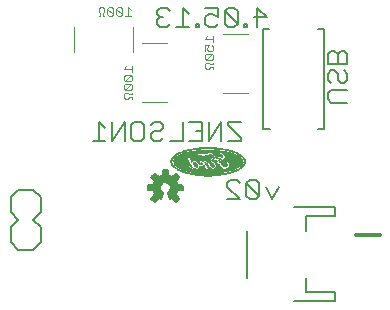
<source format=gbo>
G75*
G70*
%OFA0B0*%
%FSLAX24Y24*%
%IPPOS*%
%LPD*%
%AMOC8*
5,1,8,0,0,1.08239X$1,22.5*
%
%ADD10C,0.0060*%
%ADD11R,0.0240X0.0010*%
%ADD12R,0.0550X0.0010*%
%ADD13R,0.0710X0.0010*%
%ADD14R,0.0860X0.0010*%
%ADD15R,0.1010X0.0010*%
%ADD16R,0.0450X0.0010*%
%ADD17R,0.0340X0.0010*%
%ADD18R,0.0300X0.0010*%
%ADD19R,0.0310X0.0010*%
%ADD20R,0.0270X0.0010*%
%ADD21R,0.0250X0.0010*%
%ADD22R,0.0540X0.0010*%
%ADD23R,0.0210X0.0010*%
%ADD24R,0.0690X0.0010*%
%ADD25R,0.0170X0.0010*%
%ADD26R,0.0830X0.0010*%
%ADD27R,0.0180X0.0010*%
%ADD28R,0.0150X0.0010*%
%ADD29R,0.0970X0.0010*%
%ADD30R,0.0160X0.0010*%
%ADD31R,0.1100X0.0010*%
%ADD32R,0.1230X0.0010*%
%ADD33R,0.0140X0.0010*%
%ADD34R,0.1330X0.0010*%
%ADD35R,0.1390X0.0010*%
%ADD36R,0.0130X0.0010*%
%ADD37R,0.1470X0.0010*%
%ADD38R,0.0120X0.0010*%
%ADD39R,0.1560X0.0010*%
%ADD40R,0.0110X0.0010*%
%ADD41R,0.1610X0.0010*%
%ADD42R,0.0100X0.0010*%
%ADD43R,0.1670X0.0010*%
%ADD44R,0.1720X0.0010*%
%ADD45R,0.1770X0.0010*%
%ADD46R,0.0090X0.0010*%
%ADD47R,0.1810X0.0010*%
%ADD48R,0.0080X0.0010*%
%ADD49R,0.0260X0.0010*%
%ADD50R,0.0400X0.0010*%
%ADD51R,0.0230X0.0010*%
%ADD52R,0.0050X0.0010*%
%ADD53R,0.0070X0.0010*%
%ADD54R,0.0320X0.0010*%
%ADD55R,0.0010X0.0010*%
%ADD56R,0.0040X0.0010*%
%ADD57R,0.0330X0.0010*%
%ADD58R,0.0020X0.0010*%
%ADD59R,0.0200X0.0010*%
%ADD60R,0.0030X0.0010*%
%ADD61R,0.0410X0.0010*%
%ADD62R,0.0060X0.0010*%
%ADD63R,0.0420X0.0010*%
%ADD64R,0.0360X0.0010*%
%ADD65R,0.0370X0.0010*%
%ADD66R,0.0380X0.0010*%
%ADD67R,0.0430X0.0010*%
%ADD68R,0.0390X0.0010*%
%ADD69R,0.0440X0.0010*%
%ADD70R,0.0190X0.0010*%
%ADD71R,0.0560X0.0010*%
%ADD72R,0.0220X0.0010*%
%ADD73R,0.0460X0.0010*%
%ADD74R,0.0470X0.0010*%
%ADD75R,0.0490X0.0010*%
%ADD76R,0.0500X0.0010*%
%ADD77R,0.0510X0.0010*%
%ADD78R,0.0520X0.0010*%
%ADD79R,0.0530X0.0010*%
%ADD80R,0.0750X0.0010*%
%ADD81R,0.0740X0.0010*%
%ADD82R,0.0730X0.0010*%
%ADD83R,0.0840X0.0010*%
%ADD84R,0.0670X0.0010*%
%ADD85R,0.0650X0.0010*%
%ADD86R,0.0480X0.0010*%
%ADD87R,0.0620X0.0010*%
%ADD88R,0.0700X0.0010*%
%ADD89R,0.0610X0.0010*%
%ADD90R,0.0590X0.0010*%
%ADD91R,0.0580X0.0010*%
%ADD92R,0.1140X0.0010*%
%ADD93R,0.1130X0.0010*%
%ADD94R,0.1200X0.0010*%
%ADD95R,0.0780X0.0010*%
%ADD96R,0.0290X0.0010*%
%ADD97R,0.0640X0.0010*%
%ADD98R,0.0570X0.0010*%
%ADD99R,0.0280X0.0010*%
%ADD100R,0.0350X0.0010*%
%ADD101R,0.0850X0.0010*%
%ADD102R,0.0880X0.0010*%
%ADD103R,0.0900X0.0010*%
%ADD104R,0.1240X0.0010*%
%ADD105R,0.1110X0.0010*%
%ADD106R,0.0870X0.0010*%
%ADD107R,0.0720X0.0010*%
%ADD108C,0.0030*%
%ADD109C,0.0059*%
%ADD110C,0.0080*%
%ADD111C,0.0120*%
%ADD112C,0.0050*%
%ADD113C,0.0040*%
D10*
X028018Y027076D02*
X028445Y027076D01*
X028018Y027503D01*
X028018Y027610D01*
X028125Y027717D01*
X028338Y027717D01*
X028445Y027610D01*
X028662Y027610D02*
X029089Y027183D01*
X028983Y027076D01*
X028769Y027076D01*
X028662Y027183D01*
X028662Y027610D01*
X028769Y027717D01*
X028983Y027717D01*
X029089Y027610D01*
X029089Y027183D01*
X029307Y027503D02*
X029521Y027076D01*
X029734Y027503D01*
X028474Y029026D02*
X028047Y029026D01*
X027829Y029026D02*
X027829Y029667D01*
X027402Y029026D01*
X027402Y029667D01*
X027185Y029667D02*
X027185Y029026D01*
X026758Y029026D01*
X026540Y029026D02*
X026113Y029026D01*
X025896Y029133D02*
X025789Y029026D01*
X025576Y029026D01*
X025469Y029133D01*
X025469Y029239D01*
X025576Y029346D01*
X025789Y029346D01*
X025896Y029453D01*
X025896Y029560D01*
X025789Y029667D01*
X025576Y029667D01*
X025469Y029560D01*
X025251Y029560D02*
X025251Y029133D01*
X025145Y029026D01*
X024931Y029026D01*
X024824Y029133D01*
X024824Y029560D01*
X024931Y029667D01*
X025145Y029667D01*
X025251Y029560D01*
X024607Y029667D02*
X024607Y029026D01*
X024180Y029026D02*
X024180Y029667D01*
X023962Y029453D02*
X023749Y029667D01*
X023749Y029026D01*
X023962Y029026D02*
X023535Y029026D01*
X024180Y029026D02*
X024607Y029667D01*
X026540Y029667D02*
X026540Y029026D01*
X026971Y029346D02*
X027185Y029346D01*
X027185Y029667D02*
X026758Y029667D01*
X028047Y029667D02*
X028047Y029560D01*
X028474Y029133D01*
X028474Y029026D01*
X028474Y029667D02*
X028047Y029667D01*
X031380Y030407D02*
X031380Y030620D01*
X031487Y030727D01*
X032021Y030727D01*
X031914Y030945D02*
X031807Y030945D01*
X031700Y031051D01*
X031700Y031265D01*
X031594Y031372D01*
X031487Y031372D01*
X031380Y031265D01*
X031380Y031051D01*
X031487Y030945D01*
X031914Y030945D02*
X032021Y031051D01*
X032021Y031265D01*
X031914Y031372D01*
X032021Y031589D02*
X032021Y031909D01*
X031914Y032016D01*
X031807Y032016D01*
X031700Y031909D01*
X031700Y031589D01*
X031380Y031589D02*
X031380Y031909D01*
X031487Y032016D01*
X031594Y032016D01*
X031700Y031909D01*
X031380Y031589D02*
X032021Y031589D01*
X032021Y030300D02*
X031487Y030300D01*
X031380Y030407D01*
X029014Y032826D02*
X029014Y033467D01*
X029334Y033146D01*
X028907Y033146D01*
X028689Y032933D02*
X028583Y032933D01*
X028583Y032826D01*
X028689Y032826D01*
X028689Y032933D01*
X028367Y032933D02*
X027940Y033360D01*
X027940Y032933D01*
X028047Y032826D01*
X028260Y032826D01*
X028367Y032933D01*
X028367Y033360D01*
X028260Y033467D01*
X028047Y033467D01*
X027940Y033360D01*
X027723Y033467D02*
X027723Y033146D01*
X027509Y033253D01*
X027402Y033253D01*
X027296Y033146D01*
X027296Y032933D01*
X027402Y032826D01*
X027616Y032826D01*
X027723Y032933D01*
X027723Y033467D02*
X027296Y033467D01*
X027078Y032933D02*
X026971Y032933D01*
X026971Y032826D01*
X027078Y032826D01*
X027078Y032933D01*
X026756Y032826D02*
X026329Y032826D01*
X026542Y032826D02*
X026542Y033467D01*
X026756Y033253D01*
X026111Y033360D02*
X026005Y033467D01*
X025791Y033467D01*
X025684Y033360D01*
X025684Y033253D01*
X025791Y033146D01*
X025684Y033039D01*
X025684Y032933D01*
X025791Y032826D01*
X026005Y032826D01*
X026111Y032933D01*
X025898Y033146D02*
X025791Y033146D01*
D11*
X027889Y028286D03*
X027899Y028276D03*
X027389Y027836D03*
D12*
X027394Y027846D03*
X026514Y028266D03*
X026504Y028286D03*
X026504Y028296D03*
X027394Y028696D03*
D13*
X027394Y027856D03*
D14*
X027389Y027866D03*
D15*
X027394Y027876D03*
X027394Y028746D03*
D16*
X026814Y028596D03*
X026484Y028406D03*
X026494Y028206D03*
X027044Y027886D03*
X027734Y027886D03*
X028314Y028246D03*
X028164Y028516D03*
D17*
X027959Y028616D03*
X028249Y028126D03*
X027839Y027896D03*
X026939Y027896D03*
D18*
X027749Y028076D03*
X027899Y027906D03*
X027719Y028536D03*
X027709Y028546D03*
D19*
X028164Y028076D03*
X028184Y028086D03*
X026884Y027906D03*
D20*
X026824Y027916D03*
X027954Y027916D03*
D21*
X028014Y027926D03*
X027754Y028086D03*
X027394Y028786D03*
X026764Y027926D03*
D22*
X026499Y028306D03*
X026769Y028566D03*
X027389Y027926D03*
X028219Y028436D03*
X028289Y028326D03*
D23*
X027924Y028236D03*
X027864Y028306D03*
X027854Y028316D03*
X027854Y028326D03*
X027744Y028096D03*
X028064Y027936D03*
X027194Y028096D03*
X027194Y028106D03*
X026714Y027936D03*
X026784Y028706D03*
X027994Y028706D03*
D24*
X027394Y028686D03*
X027114Y028446D03*
X027114Y028436D03*
X027124Y028426D03*
X027124Y028416D03*
X026754Y028526D03*
X027394Y027936D03*
D25*
X027194Y028136D03*
X027194Y028146D03*
X027204Y028586D03*
X026664Y028676D03*
X027944Y028196D03*
X028114Y027946D03*
X028114Y028676D03*
D26*
X027394Y028676D03*
X027394Y027946D03*
D27*
X027199Y028126D03*
X026669Y027946D03*
D28*
X026594Y027966D03*
X026964Y028216D03*
X026594Y028656D03*
X027454Y028526D03*
X027584Y028366D03*
X028154Y028666D03*
X028184Y028656D03*
X028214Y028646D03*
X028244Y028636D03*
X028244Y027986D03*
X028214Y027976D03*
X028184Y027966D03*
X028154Y027956D03*
D29*
X027394Y027956D03*
X027394Y028666D03*
D30*
X027189Y028156D03*
X026629Y027956D03*
X026629Y028666D03*
D31*
X027389Y027966D03*
D32*
X027394Y027976D03*
D33*
X027459Y028076D03*
X027529Y028196D03*
X027519Y028206D03*
X027519Y028216D03*
X027519Y028226D03*
X027599Y028336D03*
X027949Y028186D03*
X028269Y027996D03*
X028289Y028006D03*
X026979Y028186D03*
X026969Y028206D03*
X026959Y028226D03*
X026959Y028236D03*
X026569Y027976D03*
X026539Y027986D03*
X026539Y028636D03*
X026569Y028646D03*
D34*
X027394Y028636D03*
X027394Y027986D03*
D35*
X027394Y027996D03*
D36*
X027444Y028086D03*
X027534Y028176D03*
X027534Y028186D03*
X027514Y028236D03*
X027504Y028246D03*
X027504Y028256D03*
X027614Y028326D03*
X027784Y028106D03*
X028274Y028626D03*
X027044Y028336D03*
X026954Y028246D03*
X026974Y028196D03*
X026984Y028176D03*
X026514Y027996D03*
X026494Y028006D03*
D37*
X027394Y028006D03*
D38*
X027539Y028166D03*
X027499Y028266D03*
X027629Y028316D03*
X027729Y028166D03*
X027779Y028116D03*
X027959Y028176D03*
X027819Y028486D03*
X027819Y028496D03*
X027819Y028506D03*
X027669Y028506D03*
X027139Y028246D03*
X026989Y028166D03*
X026949Y028256D03*
X026939Y028266D03*
X026469Y028016D03*
X026449Y028026D03*
X026509Y028626D03*
X028309Y028016D03*
D39*
X027389Y028016D03*
D40*
X027434Y028096D03*
X027424Y028106D03*
X027544Y028156D03*
X027694Y028226D03*
X027704Y028206D03*
X027714Y028196D03*
X027724Y028176D03*
X027734Y028156D03*
X027744Y028146D03*
X027634Y028306D03*
X027734Y028406D03*
X027684Y028476D03*
X027674Y028496D03*
X027824Y028476D03*
X027464Y028536D03*
X027374Y028336D03*
X027144Y028236D03*
X026994Y028156D03*
X028334Y028026D03*
X028304Y028616D03*
D41*
X027394Y028026D03*
D42*
X027549Y028146D03*
X027499Y028276D03*
X027649Y028296D03*
X027659Y028286D03*
X027669Y028266D03*
X027689Y028236D03*
X027699Y028216D03*
X027719Y028186D03*
X027759Y028136D03*
X027769Y028126D03*
X027959Y028166D03*
X027719Y028426D03*
X027709Y028436D03*
X027699Y028446D03*
X027689Y028456D03*
X027689Y028466D03*
X027679Y028486D03*
X027149Y028226D03*
X027049Y028326D03*
X026939Y028276D03*
X026959Y028076D03*
X026429Y028036D03*
X026409Y028046D03*
X026359Y028556D03*
X026379Y028566D03*
X026399Y028576D03*
X026419Y028586D03*
X026439Y028596D03*
X026459Y028606D03*
X026479Y028616D03*
X028329Y028606D03*
X028409Y028566D03*
X028429Y028556D03*
X028399Y028056D03*
X028379Y028046D03*
X028359Y028036D03*
D43*
X027394Y028036D03*
D44*
X027389Y028046D03*
D45*
X027394Y028056D03*
D46*
X027414Y028116D03*
X027404Y028126D03*
X027394Y028136D03*
X027394Y028146D03*
X027384Y028156D03*
X027374Y028326D03*
X027664Y028276D03*
X027674Y028256D03*
X027684Y028246D03*
X027724Y028416D03*
X027834Y028466D03*
X028344Y028596D03*
X028364Y028586D03*
X028384Y028576D03*
X028444Y028546D03*
X028434Y028076D03*
X028414Y028066D03*
X027004Y028146D03*
X026934Y028286D03*
X026384Y028056D03*
D47*
X027394Y028066D03*
D48*
X027379Y028166D03*
X027369Y028176D03*
X027359Y028186D03*
X027359Y028196D03*
X027349Y028206D03*
X027489Y028286D03*
X027579Y028416D03*
X027769Y028396D03*
X027839Y028456D03*
X027549Y028136D03*
X027049Y028316D03*
X027009Y028136D03*
X026799Y028186D03*
X026799Y028196D03*
X026789Y028206D03*
X026369Y028066D03*
X026349Y028076D03*
X026299Y028106D03*
X026319Y028536D03*
X026339Y028546D03*
X028459Y028536D03*
X028479Y028106D03*
X028469Y028096D03*
X028449Y028086D03*
D49*
X027879Y028726D03*
X027419Y028506D03*
X027179Y028076D03*
X026899Y028726D03*
D50*
X026489Y028436D03*
X026599Y028106D03*
X026619Y028096D03*
X026639Y028086D03*
X026659Y028076D03*
D51*
X027194Y028086D03*
X027874Y028296D03*
X027904Y028266D03*
X027934Y028716D03*
X026844Y028716D03*
D52*
X027064Y028286D03*
X027074Y028276D03*
X027234Y028176D03*
X027324Y028246D03*
X027314Y028266D03*
X027384Y028296D03*
X027554Y028466D03*
X027544Y028476D03*
X027814Y028376D03*
X028584Y028416D03*
X028594Y028396D03*
X028604Y028376D03*
X028604Y028366D03*
X028614Y028346D03*
X028614Y028336D03*
X028614Y028296D03*
X028614Y028286D03*
X028614Y028276D03*
X028604Y028256D03*
X028604Y028246D03*
X028594Y028226D03*
X028584Y028206D03*
X026944Y028086D03*
X026194Y028206D03*
X026184Y028226D03*
X026174Y028246D03*
X026174Y028256D03*
X026164Y028276D03*
X026164Y028286D03*
X026164Y028296D03*
X026164Y028306D03*
X026164Y028316D03*
X026164Y028326D03*
X026164Y028336D03*
X026164Y028346D03*
X026174Y028366D03*
X026174Y028376D03*
X026184Y028396D03*
X026194Y028416D03*
D53*
X026304Y028526D03*
X026274Y028126D03*
X026284Y028116D03*
X026314Y028096D03*
X026334Y028086D03*
X026814Y028176D03*
X027054Y028306D03*
X027154Y028216D03*
X027224Y028166D03*
X027334Y028226D03*
X027344Y028216D03*
X027374Y028316D03*
X027554Y028376D03*
X027574Y028426D03*
X027464Y028546D03*
X028474Y028526D03*
X028504Y028126D03*
X028494Y028116D03*
D54*
X028219Y028106D03*
X028199Y028096D03*
X027229Y028596D03*
D55*
X027214Y028306D03*
X027184Y028276D03*
X027394Y028266D03*
X027464Y028316D03*
X027464Y028326D03*
X027614Y028406D03*
X027654Y028126D03*
X026934Y028096D03*
X026854Y028296D03*
X026854Y028306D03*
D56*
X026859Y028326D03*
X026839Y028136D03*
X027079Y028266D03*
X027089Y028256D03*
X027299Y028276D03*
X027499Y028426D03*
X027499Y028436D03*
X027499Y028446D03*
X027469Y028556D03*
X027669Y028596D03*
X027849Y028446D03*
X027739Y028356D03*
X027669Y028106D03*
X027969Y028156D03*
X028619Y028306D03*
X028619Y028316D03*
X028619Y028326D03*
D57*
X028234Y028116D03*
D58*
X027659Y028116D03*
X027389Y028276D03*
X027239Y028196D03*
X027189Y028266D03*
X027209Y028316D03*
X027119Y028166D03*
X027489Y028466D03*
D59*
X027199Y028116D03*
X027929Y028216D03*
X027929Y028226D03*
X028039Y028696D03*
X026739Y028696D03*
D60*
X026854Y028316D03*
X026854Y028126D03*
X027014Y028116D03*
X027154Y028206D03*
X027184Y028256D03*
X027204Y028326D03*
X027294Y028286D03*
X027384Y028286D03*
X027474Y028306D03*
X027464Y028336D03*
X027504Y028416D03*
X027494Y028456D03*
X027234Y028186D03*
D61*
X026584Y028116D03*
X028124Y028546D03*
X028304Y028196D03*
D62*
X028519Y028136D03*
X028529Y028146D03*
X028539Y028156D03*
X028549Y028166D03*
X028559Y028176D03*
X028569Y028186D03*
X028579Y028196D03*
X028589Y028216D03*
X028599Y028236D03*
X028609Y028266D03*
X028609Y028356D03*
X028599Y028386D03*
X028589Y028406D03*
X028579Y028426D03*
X028569Y028436D03*
X028559Y028446D03*
X028549Y028456D03*
X028539Y028466D03*
X028529Y028476D03*
X028519Y028486D03*
X028509Y028496D03*
X028499Y028506D03*
X028489Y028516D03*
X027789Y028386D03*
X027759Y028346D03*
X027769Y028336D03*
X027569Y028436D03*
X027569Y028446D03*
X027559Y028456D03*
X027539Y028486D03*
X027479Y028296D03*
X027379Y028306D03*
X027319Y028256D03*
X027329Y028236D03*
X027209Y028336D03*
X027059Y028296D03*
X026929Y028296D03*
X026859Y028336D03*
X026819Y028166D03*
X026829Y028156D03*
X026829Y028146D03*
X027009Y028126D03*
X027549Y028126D03*
X026259Y028136D03*
X026249Y028146D03*
X026239Y028156D03*
X026229Y028166D03*
X026219Y028176D03*
X026209Y028186D03*
X026199Y028196D03*
X026189Y028216D03*
X026179Y028236D03*
X026169Y028266D03*
X026169Y028356D03*
X026179Y028386D03*
X026189Y028406D03*
X026199Y028426D03*
X026209Y028436D03*
X026219Y028446D03*
X026229Y028456D03*
X026239Y028466D03*
X026249Y028476D03*
X026259Y028486D03*
X026269Y028496D03*
X026279Y028506D03*
X026289Y028516D03*
D63*
X026489Y028426D03*
X026539Y028146D03*
X026559Y028136D03*
X026569Y028126D03*
X028139Y028536D03*
X028309Y028216D03*
X028309Y028206D03*
D64*
X028259Y028136D03*
X028069Y028576D03*
X027909Y028626D03*
X026999Y028736D03*
D65*
X026494Y028456D03*
X027784Y028736D03*
X028274Y028146D03*
D66*
X028279Y028156D03*
X028289Y028166D03*
X028289Y028176D03*
X028089Y028566D03*
X027479Y028346D03*
D67*
X027034Y028346D03*
X026534Y028156D03*
X026524Y028166D03*
X026514Y028176D03*
X026484Y028416D03*
X028314Y028226D03*
D68*
X028294Y028186D03*
X028104Y028556D03*
X026494Y028446D03*
D69*
X026499Y028196D03*
X026509Y028186D03*
X028149Y028526D03*
X028309Y028236D03*
D70*
X027934Y028206D03*
X027684Y028586D03*
X028074Y028686D03*
X026704Y028686D03*
D71*
X026509Y028276D03*
X026519Y028256D03*
X026529Y028246D03*
X026529Y028236D03*
X026539Y028226D03*
X026539Y028216D03*
X028229Y028426D03*
D72*
X027919Y028246D03*
X027909Y028256D03*
X027429Y028516D03*
D73*
X026489Y028396D03*
X028179Y028506D03*
X028319Y028256D03*
D74*
X028314Y028266D03*
X026484Y028386D03*
D75*
X026484Y028366D03*
X028194Y028486D03*
X028314Y028276D03*
D76*
X028309Y028286D03*
X026489Y028356D03*
D77*
X026784Y028576D03*
X028204Y028476D03*
X028304Y028296D03*
D78*
X028299Y028306D03*
X028209Y028466D03*
X026489Y028346D03*
X026489Y028336D03*
D79*
X026494Y028326D03*
X026494Y028316D03*
X028214Y028446D03*
X028214Y028456D03*
X028294Y028316D03*
D80*
X028184Y028336D03*
X028174Y028366D03*
D81*
X028189Y028346D03*
D82*
X028184Y028356D03*
X026754Y028516D03*
D83*
X027239Y028356D03*
D84*
X027144Y028366D03*
X027144Y028376D03*
D85*
X028214Y028376D03*
D86*
X028189Y028496D03*
X026799Y028586D03*
X026489Y028376D03*
D87*
X028219Y028386D03*
D88*
X027149Y028386D03*
X027149Y028396D03*
X027139Y028406D03*
X027109Y028456D03*
D89*
X026764Y028546D03*
X028224Y028396D03*
D90*
X028224Y028406D03*
D91*
X028229Y028416D03*
D92*
X026889Y028466D03*
D93*
X026894Y028476D03*
X026914Y028486D03*
D94*
X026959Y028496D03*
D95*
X026769Y028506D03*
D96*
X027694Y028556D03*
X027724Y028526D03*
X027734Y028516D03*
D97*
X026759Y028536D03*
D98*
X026764Y028556D03*
X027394Y028776D03*
D99*
X027659Y028576D03*
X027679Y028566D03*
D100*
X027994Y028606D03*
X028024Y028596D03*
X028054Y028586D03*
D101*
X027034Y028606D03*
D102*
X027089Y028616D03*
D103*
X027149Y028626D03*
D104*
X027389Y028646D03*
D105*
X027394Y028656D03*
D106*
X027394Y028756D03*
D107*
X027389Y028766D03*
D108*
X024859Y030434D02*
X024859Y030482D01*
X024762Y030482D01*
X024714Y030434D01*
X024617Y030434D01*
X024569Y030482D01*
X024569Y030579D01*
X024617Y030627D01*
X024714Y030627D01*
X024762Y030579D01*
X024859Y030579D01*
X024859Y030627D01*
X024811Y030728D02*
X024859Y030777D01*
X024859Y030873D01*
X024811Y030922D01*
X024617Y030728D01*
X024811Y030728D01*
X024811Y030922D02*
X024617Y030922D01*
X024569Y030873D01*
X024569Y030777D01*
X024617Y030728D01*
X024617Y031023D02*
X024811Y031216D01*
X024859Y031168D01*
X024859Y031071D01*
X024811Y031023D01*
X024617Y031023D01*
X024569Y031071D01*
X024569Y031168D01*
X024617Y031216D01*
X024811Y031216D01*
X024859Y031317D02*
X024859Y031511D01*
X024859Y031414D02*
X024569Y031414D01*
X024666Y031511D01*
X024714Y033191D02*
X024714Y033481D01*
X024811Y033384D01*
X024811Y033191D02*
X024617Y033191D01*
X024516Y033239D02*
X024323Y033433D01*
X024323Y033239D01*
X024371Y033191D01*
X024468Y033191D01*
X024516Y033239D01*
X024516Y033433D01*
X024468Y033481D01*
X024371Y033481D01*
X024323Y033433D01*
X024222Y033433D02*
X024173Y033481D01*
X024077Y033481D01*
X024028Y033433D01*
X024222Y033239D01*
X024173Y033191D01*
X024077Y033191D01*
X024028Y033239D01*
X024028Y033433D01*
X023927Y033433D02*
X023879Y033481D01*
X023782Y033481D01*
X023734Y033433D01*
X023734Y033336D01*
X023782Y033288D01*
X023782Y033191D01*
X023734Y033191D01*
X023879Y033191D02*
X023879Y033288D01*
X023927Y033336D01*
X023927Y033433D01*
X023927Y033191D02*
X023879Y033191D01*
X024222Y033239D02*
X024222Y033433D01*
X027269Y032414D02*
X027559Y032414D01*
X027559Y032511D02*
X027559Y032317D01*
X027511Y032216D02*
X027559Y032168D01*
X027559Y032071D01*
X027511Y032023D01*
X027414Y032023D01*
X027366Y032071D01*
X027366Y032120D01*
X027414Y032216D01*
X027269Y032216D01*
X027269Y032023D01*
X027317Y031922D02*
X027269Y031873D01*
X027269Y031777D01*
X027317Y031728D01*
X027511Y031922D01*
X027559Y031873D01*
X027559Y031777D01*
X027511Y031728D01*
X027317Y031728D01*
X027317Y031627D02*
X027269Y031579D01*
X027269Y031482D01*
X027317Y031434D01*
X027414Y031434D01*
X027462Y031482D01*
X027559Y031482D01*
X027559Y031434D01*
X027559Y031579D02*
X027462Y031579D01*
X027414Y031627D01*
X027317Y031627D01*
X027559Y031627D02*
X027559Y031579D01*
X027511Y031922D02*
X027317Y031922D01*
X027269Y032414D02*
X027366Y032511D01*
D109*
X026036Y028052D02*
X026055Y027862D01*
X026119Y027841D01*
X026179Y027810D01*
X026328Y027931D01*
X026429Y027830D01*
X026308Y027681D01*
X026339Y027621D01*
X026360Y027557D01*
X026550Y027538D01*
X026550Y027394D01*
X026360Y027375D01*
X026339Y027311D01*
X026308Y027251D01*
X026429Y027102D01*
X026328Y027001D01*
X026179Y027122D01*
X026119Y027091D01*
X026035Y027295D01*
X026073Y027317D01*
X026104Y027346D01*
X026128Y027382D01*
X026143Y027423D01*
X026149Y027466D01*
X026143Y027510D01*
X026128Y027551D01*
X026103Y027588D01*
X026070Y027617D01*
X026031Y027638D01*
X025988Y027649D01*
X025944Y027649D01*
X025901Y027639D01*
X025862Y027619D01*
X025828Y027591D01*
X025802Y027555D01*
X025786Y027514D01*
X025780Y027470D01*
X025784Y027426D01*
X025799Y027384D01*
X025823Y027347D01*
X025855Y027317D01*
X025893Y027295D01*
X025809Y027091D01*
X025749Y027122D01*
X025600Y027001D01*
X025499Y027102D01*
X025620Y027251D01*
X025589Y027311D01*
X025568Y027375D01*
X025378Y027394D01*
X025378Y027538D01*
X025568Y027557D01*
X025589Y027621D01*
X025620Y027681D01*
X025499Y027830D01*
X025600Y027931D01*
X025749Y027810D01*
X025809Y027841D01*
X025873Y027862D01*
X025892Y028052D01*
X026036Y028052D01*
X026041Y028000D02*
X025887Y028000D01*
X025881Y027943D02*
X026047Y027943D01*
X026053Y027885D02*
X025875Y027885D01*
X025782Y027828D02*
X026146Y027828D01*
X026200Y027828D02*
X026428Y027828D01*
X026381Y027770D02*
X025547Y027770D01*
X025500Y027828D02*
X025728Y027828D01*
X025657Y027885D02*
X025554Y027885D01*
X025594Y027712D02*
X026334Y027712D01*
X026322Y027655D02*
X025606Y027655D01*
X025581Y027597D02*
X025836Y027597D01*
X025796Y027540D02*
X025396Y027540D01*
X025378Y027482D02*
X025781Y027482D01*
X025784Y027425D02*
X025378Y027425D01*
X025571Y027367D02*
X025810Y027367D01*
X025868Y027310D02*
X025589Y027310D01*
X025619Y027252D02*
X025875Y027252D01*
X025852Y027194D02*
X025574Y027194D01*
X025527Y027137D02*
X025828Y027137D01*
X025697Y027079D02*
X025522Y027079D01*
X025579Y027022D02*
X025626Y027022D01*
X026077Y027194D02*
X026354Y027194D01*
X026309Y027252D02*
X026053Y027252D01*
X026060Y027310D02*
X026339Y027310D01*
X026357Y027367D02*
X026118Y027367D01*
X026144Y027425D02*
X026550Y027425D01*
X026550Y027482D02*
X026147Y027482D01*
X026132Y027540D02*
X026532Y027540D01*
X026347Y027597D02*
X026092Y027597D01*
X026271Y027885D02*
X026374Y027885D01*
X026401Y027137D02*
X026100Y027137D01*
X026231Y027079D02*
X026406Y027079D01*
X026349Y027022D02*
X026302Y027022D01*
D110*
X030244Y023675D02*
X031622Y023675D01*
X031622Y023990D01*
X030637Y023990D01*
X030637Y024463D01*
X030637Y026037D02*
X030637Y026510D01*
X031622Y026510D01*
X031622Y026825D01*
X030244Y026825D01*
X028669Y026037D02*
X028669Y024463D01*
X021800Y025650D02*
X021550Y025400D01*
X021050Y025400D01*
X020800Y025650D01*
X020800Y026150D01*
X021050Y026400D01*
X020800Y026650D01*
X020800Y027150D01*
X021050Y027400D01*
X021550Y027400D01*
X021800Y027150D01*
X021800Y026650D01*
X021550Y026400D01*
X021800Y026150D01*
X021800Y025650D01*
D111*
X032300Y025900D02*
X033100Y025900D01*
D112*
X031234Y029416D02*
X031037Y029416D01*
X031234Y029416D02*
X031234Y032763D01*
X031037Y032763D01*
X029423Y032763D02*
X029226Y032763D01*
X029226Y029416D01*
X029463Y029416D01*
D113*
X028713Y030626D02*
X027887Y030626D01*
X026013Y030326D02*
X025187Y030326D01*
X024874Y031987D02*
X024874Y032813D01*
X025187Y032274D02*
X026013Y032274D01*
X027887Y032574D02*
X028713Y032574D01*
X022926Y032813D02*
X022926Y031987D01*
M02*

</source>
